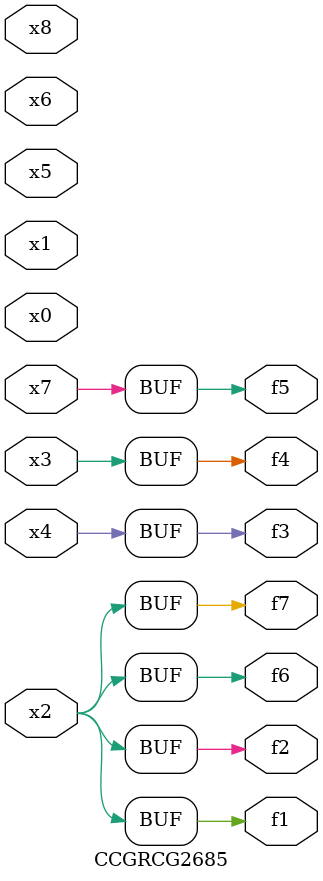
<source format=v>
module CCGRCG2685(
	input x0, x1, x2, x3, x4, x5, x6, x7, x8,
	output f1, f2, f3, f4, f5, f6, f7
);
	assign f1 = x2;
	assign f2 = x2;
	assign f3 = x4;
	assign f4 = x3;
	assign f5 = x7;
	assign f6 = x2;
	assign f7 = x2;
endmodule

</source>
